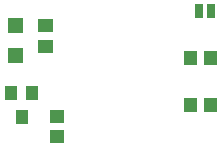
<source format=gtp>
G04 Layer: TopPasteMaskLayer*
G04 EasyEDA v6.1.49, Tue, 04 Jun 2019 06:49:07 GMT*
G04 9f8e81427d8b462fa1083d36fee6df15,195b170a8e6c43a181dcefc3e1346bee,10*
G04 Gerber Generator version 0.2*
G04 Scale: 100 percent, Rotated: No, Reflected: No *
G04 Dimensions in millimeters *
G04 leading zeros omitted , absolute positions ,3 integer and 3 decimal *
%FSLAX33Y33*%
%MOMM*%
G90*
G71D02*

%ADD17R,1.016000X1.143000*%
%ADD18R,0.635000X1.270000*%

%LPD*%
G36*
G01X1869Y15095D02*
G01X1869Y16365D01*
G01X3139Y16365D01*
G01X3139Y15095D01*
G01X1869Y15095D01*
G37*
G36*
G01X3139Y18905D02*
G01X3139Y17635D01*
G01X1869Y17635D01*
G01X1869Y18905D01*
G01X3139Y18905D01*
G37*
G36*
G01X6601Y11049D02*
G01X6601Y9949D01*
G01X5402Y9949D01*
G01X5402Y11049D01*
G01X6601Y11049D01*
G37*
G36*
G01X6601Y9349D02*
G01X6601Y8249D01*
G01X5402Y8249D01*
G01X5402Y9349D01*
G01X6601Y9349D01*
G37*
G36*
G01X4404Y15948D02*
G01X4404Y17048D01*
G01X5603Y17048D01*
G01X5603Y15948D01*
G01X4404Y15948D01*
G37*
G36*
G01X4404Y17647D02*
G01X4404Y18747D01*
G01X5603Y18747D01*
G01X5603Y17647D01*
G01X4404Y17647D01*
G37*
G36*
G01X19550Y10904D02*
G01X18450Y10904D01*
G01X18450Y12103D01*
G01X19550Y12103D01*
G01X19550Y10904D01*
G37*
G36*
G01X17851Y10904D02*
G01X16751Y10904D01*
G01X16751Y12103D01*
G01X17851Y12103D01*
G01X17851Y10904D01*
G37*
G36*
G01X19552Y14899D02*
G01X18453Y14899D01*
G01X18453Y16098D01*
G01X19552Y16098D01*
G01X19552Y14899D01*
G37*
G36*
G01X17853Y14899D02*
G01X16753Y14899D01*
G01X16753Y16098D01*
G01X17853Y16098D01*
G01X17853Y14899D01*
G37*
G36*
G01X3512Y9913D02*
G01X2496Y9913D01*
G01X2496Y11056D01*
G01X3512Y11056D01*
G01X3512Y9913D01*
G37*
G36*
G01X2623Y11945D02*
G01X1607Y11945D01*
G01X1607Y13088D01*
G01X2623Y13088D01*
G01X2623Y11945D01*
G37*
G54D17*
G01X3893Y12517D03*
G54D18*
G01X17997Y19498D03*
G01X19013Y19498D03*
M00*
M02*

</source>
